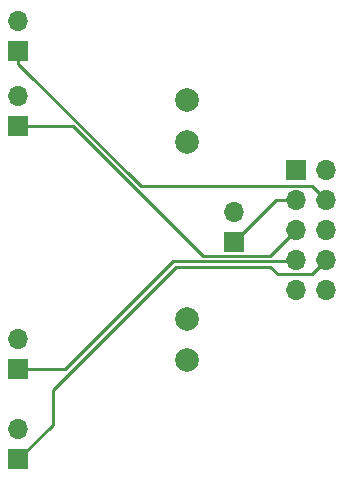
<source format=gbl>
G04 #@! TF.GenerationSoftware,KiCad,Pcbnew,(5.1.6-0-10_14)*
G04 #@! TF.CreationDate,2020-08-07T14:48:58+09:00*
G04 #@! TF.ProjectId,con_lid_1x8,636f6e5f-6c69-4645-9f31-78382e6b6963,rev?*
G04 #@! TF.SameCoordinates,Original*
G04 #@! TF.FileFunction,Copper,L2,Bot*
G04 #@! TF.FilePolarity,Positive*
%FSLAX46Y46*%
G04 Gerber Fmt 4.6, Leading zero omitted, Abs format (unit mm)*
G04 Created by KiCad (PCBNEW (5.1.6-0-10_14)) date 2020-08-07 14:48:58*
%MOMM*%
%LPD*%
G01*
G04 APERTURE LIST*
G04 #@! TA.AperFunction,ComponentPad*
%ADD10R,1.700000X1.700000*%
G04 #@! TD*
G04 #@! TA.AperFunction,ComponentPad*
%ADD11O,1.700000X1.700000*%
G04 #@! TD*
G04 #@! TA.AperFunction,ComponentPad*
%ADD12C,2.000000*%
G04 #@! TD*
G04 #@! TA.AperFunction,Conductor*
%ADD13C,0.250000*%
G04 #@! TD*
G04 APERTURE END LIST*
D10*
G04 #@! TO.P,T1,1*
G04 #@! TO.N,THERM1*
X113730000Y-77820000D03*
D11*
G04 #@! TO.P,T1,2*
G04 #@! TO.N,THERM_GND*
X113730000Y-75280000D03*
G04 #@! TD*
G04 #@! TO.P,T2,2*
G04 #@! TO.N,THERM_GND*
X113730000Y-81630000D03*
D10*
G04 #@! TO.P,T2,1*
G04 #@! TO.N,THERM2*
X113730000Y-84170000D03*
G04 #@! TD*
G04 #@! TO.P,T3,1*
G04 #@! TO.N,THERM3*
X113730000Y-104790000D03*
D11*
G04 #@! TO.P,T3,2*
G04 #@! TO.N,THERM_GND*
X113730000Y-102250000D03*
G04 #@! TD*
G04 #@! TO.P,T4,2*
G04 #@! TO.N,THERM_GND*
X113730000Y-109870000D03*
D10*
G04 #@! TO.P,T4,1*
G04 #@! TO.N,THERM4*
X113730000Y-112410000D03*
G04 #@! TD*
D11*
G04 #@! TO.P,U1,10*
G04 #@! TO.N,HEATER2B*
X139780000Y-98080000D03*
G04 #@! TO.P,U1,9*
G04 #@! TO.N,HEATER2A*
X137240000Y-98080000D03*
G04 #@! TO.P,U1,8*
G04 #@! TO.N,THERM4*
X139780000Y-95540000D03*
G04 #@! TO.P,U1,7*
G04 #@! TO.N,THERM3*
X137240000Y-95540000D03*
G04 #@! TO.P,U1,6*
G04 #@! TO.N,THERM_GND*
X139780000Y-93000000D03*
G04 #@! TO.P,U1,5*
G04 #@! TO.N,THERM2*
X137240000Y-93000000D03*
G04 #@! TO.P,U1,4*
G04 #@! TO.N,THERM1*
X139780000Y-90460000D03*
G04 #@! TO.P,U1,3*
G04 #@! TO.N,AIR*
X137240000Y-90460000D03*
G04 #@! TO.P,U1,2*
G04 #@! TO.N,HEATER1B*
X139780000Y-87920000D03*
D10*
G04 #@! TO.P,U1,1*
G04 #@! TO.N,HEATER1A*
X137240000Y-87920000D03*
G04 #@! TD*
D12*
G04 #@! TO.P,H1,1*
G04 #@! TO.N,HEATER1A*
X128000000Y-82000000D03*
G04 #@! TO.P,H1,2*
G04 #@! TO.N,HEATER1B*
X128000000Y-85500000D03*
G04 #@! TD*
G04 #@! TO.P,H2,2*
G04 #@! TO.N,HEATER2B*
X128000000Y-104000000D03*
G04 #@! TO.P,H2,1*
G04 #@! TO.N,HEATER2A*
X128000000Y-100500000D03*
G04 #@! TD*
D11*
G04 #@! TO.P,TAIR1,2*
G04 #@! TO.N,THERM_GND*
X132000000Y-91460000D03*
D10*
G04 #@! TO.P,TAIR1,1*
G04 #@! TO.N,AIR*
X132000000Y-94000000D03*
G04 #@! TD*
D13*
G04 #@! TO.N,THERM_GND*
X113730000Y-75534998D02*
X113730000Y-75280000D01*
G04 #@! TO.N,AIR*
X135540000Y-90460000D02*
X132000000Y-94000000D01*
X137240000Y-90460000D02*
X135540000Y-90460000D01*
G04 #@! TO.N,THERM1*
X124094999Y-89284999D02*
X138604999Y-89284999D01*
X138604999Y-89284999D02*
X139780000Y-90460000D01*
X113730000Y-78920000D02*
X124094999Y-89284999D01*
X113730000Y-77820000D02*
X113730000Y-78920000D01*
G04 #@! TO.N,THERM2*
X113730000Y-84170000D02*
X118343590Y-84170000D01*
X135064999Y-95175001D02*
X129348591Y-95175001D01*
X137240000Y-93000000D02*
X135064999Y-95175001D01*
X129348591Y-95175001D02*
X118343590Y-84170000D01*
G04 #@! TO.N,THERM3*
X137240000Y-95540000D02*
X137154989Y-95625011D01*
X137154989Y-95625011D02*
X126874989Y-95625011D01*
X117710000Y-104790000D02*
X113730000Y-104790000D01*
X126874989Y-95625011D02*
X117710000Y-104790000D01*
G04 #@! TO.N,THERM4*
X116636410Y-106500000D02*
X116636410Y-109503590D01*
X127061389Y-96075021D02*
X116636410Y-106500000D01*
X116636410Y-109503590D02*
X113730000Y-112410000D01*
X135075021Y-96075021D02*
X127061389Y-96075021D01*
X138604999Y-96715001D02*
X135715001Y-96715001D01*
X135715001Y-96715001D02*
X135075021Y-96075021D01*
X139780000Y-95540000D02*
X138604999Y-96715001D01*
G04 #@! TD*
M02*

</source>
